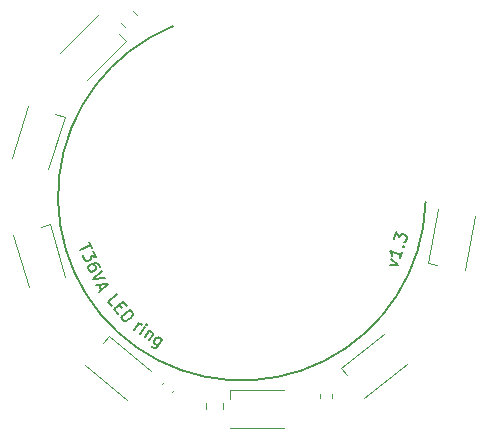
<source format=gbr>
G04 #@! TF.GenerationSoftware,KiCad,Pcbnew,7.0.2-6a45011f42~172~ubuntu22.04.1*
G04 #@! TF.CreationDate,2023-05-20T12:50:21-04:00*
G04 #@! TF.ProjectId,T36VAIllumination,54333656-4149-46c6-9c75-6d696e617469,1.3*
G04 #@! TF.SameCoordinates,Original*
G04 #@! TF.FileFunction,Legend,Top*
G04 #@! TF.FilePolarity,Positive*
%FSLAX46Y46*%
G04 Gerber Fmt 4.6, Leading zero omitted, Abs format (unit mm)*
G04 Created by KiCad (PCBNEW 7.0.2-6a45011f42~172~ubuntu22.04.1) date 2023-05-20 12:50:21*
%MOMM*%
%LPD*%
G01*
G04 APERTURE LIST*
%ADD10C,0.150000*%
%ADD11C,0.120000*%
G04 APERTURE END LIST*
D10*
X63874999Y-35039997D02*
G75*
G03*
X85275000Y-49940000I5844451J-14423743D01*
G01*
X60614967Y-60722469D02*
X60997352Y-60176368D01*
X60888099Y-60332397D02*
X60981733Y-60281695D01*
X60981733Y-60281695D02*
X61048053Y-60270001D01*
X61048053Y-60270001D02*
X61153381Y-60285620D01*
X61153381Y-60285620D02*
X61231395Y-60340247D01*
X61122062Y-61077540D02*
X61504446Y-60531439D01*
X61695638Y-60258388D02*
X61629318Y-60270083D01*
X61629318Y-60270083D02*
X61641012Y-60336403D01*
X61641012Y-60336403D02*
X61707332Y-60324709D01*
X61707332Y-60324709D02*
X61695638Y-60258388D01*
X61695638Y-60258388D02*
X61641012Y-60336403D01*
X61894518Y-60804570D02*
X61512134Y-61350672D01*
X61839892Y-60882585D02*
X61906212Y-60870891D01*
X61906212Y-60870891D02*
X62011540Y-60886510D01*
X62011540Y-60886510D02*
X62128562Y-60968449D01*
X62128562Y-60968449D02*
X62179263Y-61062083D01*
X62179263Y-61062083D02*
X62163644Y-61167411D01*
X62163644Y-61167411D02*
X61863199Y-61596490D01*
X62986721Y-61569339D02*
X62522397Y-62232462D01*
X62522397Y-62232462D02*
X62428764Y-62283164D01*
X62428764Y-62283164D02*
X62362443Y-62294858D01*
X62362443Y-62294858D02*
X62257116Y-62279239D01*
X62257116Y-62279239D02*
X62140094Y-62197299D01*
X62140094Y-62197299D02*
X62089393Y-62103665D01*
X62631650Y-62076433D02*
X62526322Y-62060814D01*
X62526322Y-62060814D02*
X62370293Y-61951562D01*
X62370293Y-61951562D02*
X62319592Y-61857928D01*
X62319592Y-61857928D02*
X62307898Y-61791608D01*
X62307898Y-61791608D02*
X62323517Y-61686280D01*
X62323517Y-61686280D02*
X62487396Y-61452236D01*
X62487396Y-61452236D02*
X62581030Y-61401535D01*
X62581030Y-61401535D02*
X62647350Y-61389841D01*
X62647350Y-61389841D02*
X62752678Y-61405460D01*
X62752678Y-61405460D02*
X62908707Y-61514713D01*
X62908707Y-61514713D02*
X62959408Y-61608346D01*
X58707392Y-58744908D02*
X58401303Y-58380125D01*
X58401303Y-58380125D02*
X59167347Y-57737337D01*
X59322916Y-58663558D02*
X59537179Y-58918906D01*
X59227744Y-59365039D02*
X58921655Y-59000256D01*
X58921655Y-59000256D02*
X59687699Y-58357469D01*
X59687699Y-58357469D02*
X59993788Y-58722252D01*
X59503225Y-59693344D02*
X60269269Y-59050557D01*
X60269269Y-59050557D02*
X60422314Y-59232948D01*
X60422314Y-59232948D02*
X60477662Y-59372992D01*
X60477662Y-59372992D02*
X60465923Y-59507166D01*
X60465923Y-59507166D02*
X60423576Y-59604863D01*
X60423576Y-59604863D02*
X60308271Y-59763777D01*
X60308271Y-59763777D02*
X60198836Y-59855604D01*
X60198836Y-59855604D02*
X60022314Y-59941561D01*
X60022314Y-59941561D02*
X59918749Y-59966301D01*
X59918749Y-59966301D02*
X59784574Y-59954562D01*
X59784574Y-59954562D02*
X59656269Y-59875736D01*
X59656269Y-59875736D02*
X59503225Y-59693344D01*
X56813711Y-53307332D02*
X57046132Y-53829358D01*
X56016376Y-53975082D02*
X56929922Y-53568345D01*
X57142974Y-54046869D02*
X57394764Y-54612397D01*
X57394764Y-54612397D02*
X56911168Y-54462829D01*
X56911168Y-54462829D02*
X56969273Y-54593336D01*
X56969273Y-54593336D02*
X56964508Y-54699708D01*
X56964508Y-54699708D02*
X56940374Y-54762579D01*
X56940374Y-54762579D02*
X56872738Y-54844818D01*
X56872738Y-54844818D02*
X56655227Y-54941660D01*
X56655227Y-54941660D02*
X56548854Y-54936895D01*
X56548854Y-54936895D02*
X56485984Y-54912761D01*
X56485984Y-54912761D02*
X56403745Y-54845125D01*
X56403745Y-54845125D02*
X56287534Y-54584112D01*
X56287534Y-54584112D02*
X56292300Y-54477739D01*
X56292300Y-54477739D02*
X56316433Y-54414869D01*
X57743395Y-55395436D02*
X57665922Y-55221427D01*
X57665922Y-55221427D02*
X57583683Y-55153791D01*
X57583683Y-55153791D02*
X57520812Y-55129658D01*
X57520812Y-55129658D02*
X57351569Y-55100759D01*
X57351569Y-55100759D02*
X57158192Y-55134730D01*
X57158192Y-55134730D02*
X56810174Y-55289677D01*
X56810174Y-55289677D02*
X56742538Y-55371916D01*
X56742538Y-55371916D02*
X56718405Y-55434787D01*
X56718405Y-55434787D02*
X56713639Y-55541160D01*
X56713639Y-55541160D02*
X56791113Y-55715168D01*
X56791113Y-55715168D02*
X56873352Y-55782804D01*
X56873352Y-55782804D02*
X56936223Y-55806938D01*
X56936223Y-55806938D02*
X57042595Y-55811703D01*
X57042595Y-55811703D02*
X57260106Y-55714861D01*
X57260106Y-55714861D02*
X57327742Y-55632622D01*
X57327742Y-55632622D02*
X57351876Y-55569752D01*
X57351876Y-55569752D02*
X57356641Y-55463379D01*
X57356641Y-55463379D02*
X57279167Y-55289370D01*
X57279167Y-55289370D02*
X57196928Y-55221734D01*
X57196928Y-55221734D02*
X57134058Y-55197601D01*
X57134058Y-55197601D02*
X57027685Y-55192835D01*
X57898343Y-55743453D02*
X57120376Y-56454705D01*
X57120376Y-56454705D02*
X58169500Y-56352484D01*
X57633178Y-56904023D02*
X57826863Y-57339045D01*
X57333429Y-56933229D02*
X58382553Y-56831008D01*
X58382553Y-56831008D02*
X57604586Y-57542259D01*
X82239486Y-55235597D02*
X82947099Y-55215166D01*
X82947099Y-55215166D02*
X82386637Y-54782713D01*
X83300262Y-54128244D02*
X83123680Y-54671705D01*
X83211971Y-54399975D02*
X82260914Y-54090958D01*
X82260914Y-54090958D02*
X82367349Y-54225680D01*
X82367349Y-54225680D02*
X82428496Y-54345687D01*
X82428496Y-54345687D02*
X82444354Y-54450979D01*
X83342121Y-53691218D02*
X83402124Y-53660645D01*
X83402124Y-53660645D02*
X83432697Y-53720649D01*
X83432697Y-53720649D02*
X83372694Y-53751222D01*
X83372694Y-53751222D02*
X83342121Y-53691218D01*
X83342121Y-53691218D02*
X83432697Y-53720649D01*
X82599361Y-53049325D02*
X82790658Y-52460576D01*
X82790658Y-52460576D02*
X83049959Y-52895315D01*
X83049959Y-52895315D02*
X83094105Y-52759450D01*
X83094105Y-52759450D02*
X83168823Y-52683588D01*
X83168823Y-52683588D02*
X83228827Y-52653015D01*
X83228827Y-52653015D02*
X83334119Y-52637157D01*
X83334119Y-52637157D02*
X83560561Y-52710732D01*
X83560561Y-52710732D02*
X83636422Y-52785451D01*
X83636422Y-52785451D02*
X83666996Y-52845454D01*
X83666996Y-52845454D02*
X83682854Y-52950746D01*
X83682854Y-52950746D02*
X83594563Y-53222477D01*
X83594563Y-53222477D02*
X83519845Y-53298338D01*
X83519845Y-53298338D02*
X83459841Y-53328912D01*
D11*
G04 #@! TO.C,D2*
X53451489Y-51791952D02*
X52682480Y-52012462D01*
X54733203Y-56261819D02*
X53451489Y-51791952D01*
X51657165Y-57143859D02*
X50375452Y-52673992D01*
G04 #@! TO.C,C1*
X62983954Y-65359869D02*
X63164680Y-65144488D01*
X63765320Y-66015512D02*
X63946046Y-65800131D01*
G04 #@! TO.C,D7*
X78098716Y-63956770D02*
X78591245Y-64587179D01*
X81762966Y-61093944D02*
X78098716Y-63956770D01*
X83733083Y-63615579D02*
X80068833Y-66478405D01*
G04 #@! TO.C,C2*
X76365000Y-66480580D02*
X76365000Y-66199420D01*
X77385000Y-66480580D02*
X77385000Y-66199420D01*
G04 #@! TO.C,D1*
X85446455Y-55090611D02*
X86231757Y-55243258D01*
X86333717Y-50526044D02*
X85446455Y-55090611D01*
X89474924Y-51136633D02*
X88587662Y-55701200D01*
G04 #@! TO.C,D3*
X58464954Y-61271639D02*
X57950723Y-61884474D01*
X62027060Y-64260601D02*
X58464954Y-61271639D01*
X59970140Y-66711943D02*
X56408033Y-63722981D01*
G04 #@! TO.C,R2*
X68150000Y-66952936D02*
X68150000Y-67407064D01*
X66680000Y-66952936D02*
X66680000Y-67407064D01*
G04 #@! TO.C,D4*
X59903427Y-36274315D02*
X59337742Y-35708629D01*
X56615381Y-39562361D02*
X59903427Y-36274315D01*
X54352639Y-37299619D02*
X57640685Y-34011573D01*
G04 #@! TO.C,D6*
X68675000Y-65840000D02*
X68675000Y-66640000D01*
X73325000Y-65840000D02*
X68675000Y-65840000D01*
X73325000Y-69040000D02*
X68675000Y-69040000D01*
G04 #@! TO.C,D5*
X54706780Y-42712663D02*
X53941736Y-42478766D01*
X53347251Y-47159480D02*
X54706780Y-42712663D01*
X50287076Y-46223891D02*
X51646604Y-41777074D01*
G04 #@! TO.C,R1*
X60534165Y-33759718D02*
X60855282Y-34080835D01*
X59494718Y-34799165D02*
X59815835Y-35120282D01*
G04 #@! TD*
M02*

</source>
